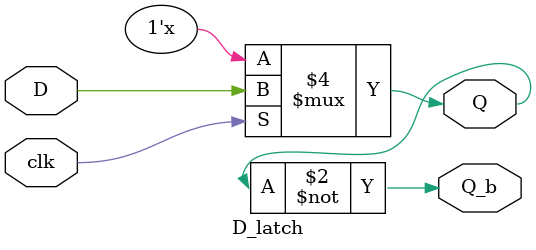
<source format=v>
`timescale 1ns / 1ps


module D_latch(
    input D,
    input clk,
    output reg Q,
    output Q_b
    );
    always@(clk or D)
    begin
        Q = Q;
        if(clk)
            Q = D;
        else
            Q = Q;
    end
    assign Q_b = ~Q;
endmodule

</source>
